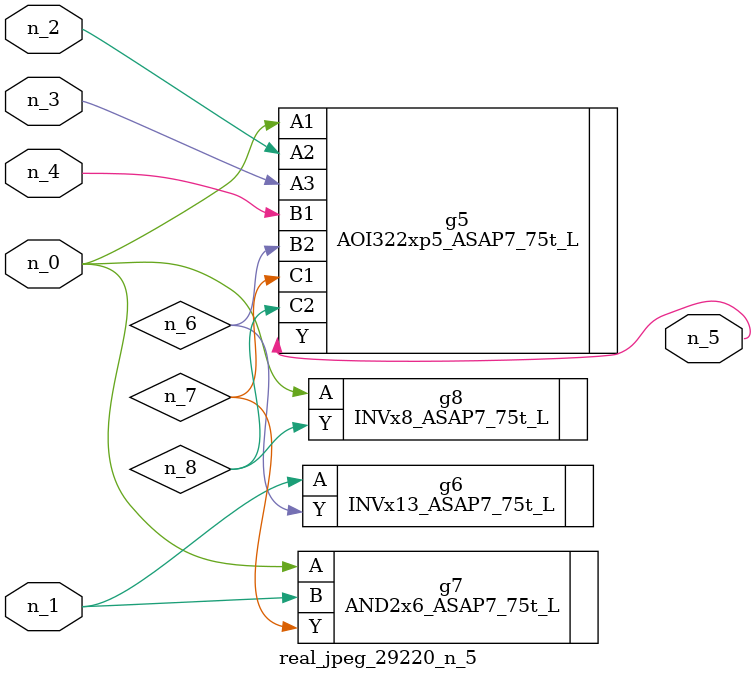
<source format=v>
module real_jpeg_29220_n_5 (n_4, n_0, n_1, n_2, n_3, n_5);

input n_4;
input n_0;
input n_1;
input n_2;
input n_3;

output n_5;

wire n_8;
wire n_6;
wire n_7;

AOI322xp5_ASAP7_75t_L g5 ( 
.A1(n_0),
.A2(n_2),
.A3(n_3),
.B1(n_4),
.B2(n_6),
.C1(n_7),
.C2(n_8),
.Y(n_5)
);

AND2x6_ASAP7_75t_L g7 ( 
.A(n_0),
.B(n_1),
.Y(n_7)
);

INVx8_ASAP7_75t_L g8 ( 
.A(n_0),
.Y(n_8)
);

INVx13_ASAP7_75t_L g6 ( 
.A(n_1),
.Y(n_6)
);


endmodule
</source>
